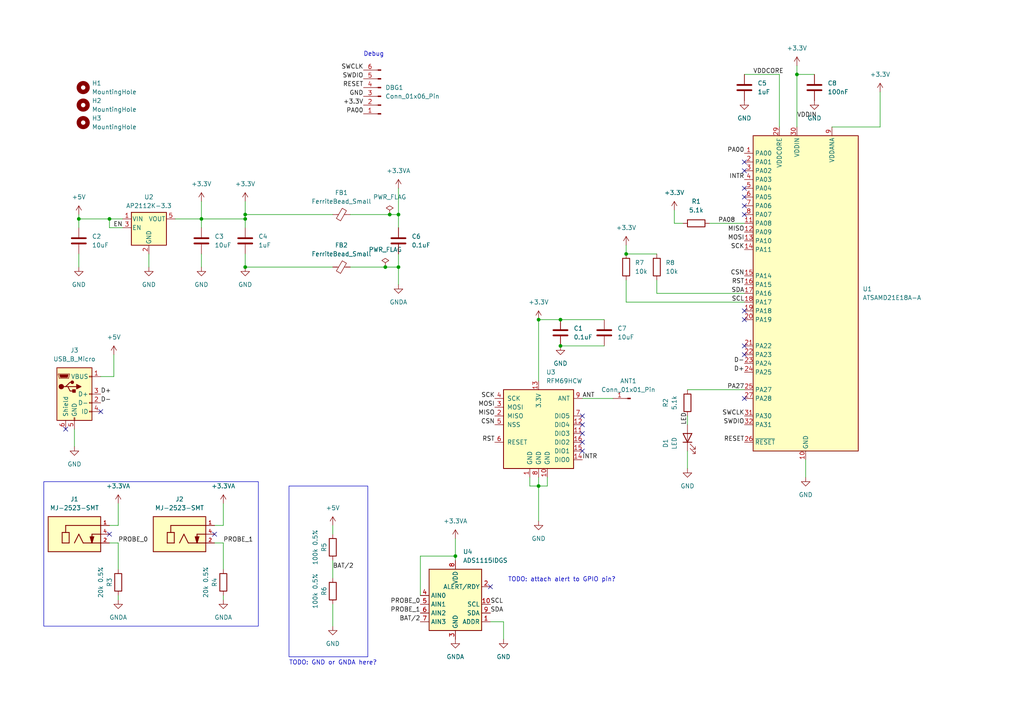
<source format=kicad_sch>
(kicad_sch (version 20230121) (generator eeschema)
  (paper "A4")
  (lib_symbols
    (symbol "Analog_ADC:ADS1115IDGS"
      (property "Reference" "U" (at 2.54 13.97 0))
      (property "Value" "ADS1115IDGS" (at 7.62 11.43 0))
      (symbol "ADS1115IDGS_0_1"
        (rectangle (start -7.62 10.16) (end 7.62 -7.62) (stroke (width 0.254)) (fill (type background)))
      )
      (symbol "ADS1115IDGS_1_1"
        (pin input line (at 10.16 -5.08 180) (length 2.54) (name "ADDR") (number "1"))
        (pin input line (at 10.16 0 180) (length 2.54) (name "SCL") (number "10"))
        (pin output line (at 10.16 5.08 180) (length 2.54) (name "ALERT/RDY") (number "2"))
        (pin power_in line (at 0 -10.16 90) (length 2.54) (name "GND") (number "3"))
        (pin input line (at -10.16 2.54 0) (length 2.54) (name "AIN0") (number "4"))
        (pin input line (at -10.16 0 0) (length 2.54) (name "AIN1") (number "5"))
        (pin input line (at -10.16 -2.54 0) (length 2.54) (name "AIN2") (number "6"))
        (pin input line (at -10.16 -5.08 0) (length 2.54) (name "AIN3") (number "7"))
        (pin power_in line (at 0 12.7 270) (length 2.54) (name "VDD") (number "8"))
        (pin bidirectional line (at 10.16 -2.54 180) (length 2.54) (name "SDA") (number "9"))
      )
    )
    (symbol "Connector:Conn_01x01_Pin" (pin_names (offset 1.016) hide)
      (property "Reference" "J" (at 0 2.54 0))
      (property "Value" "Conn_01x01_Pin" (at 0 -2.54 0))
      (symbol "Conn_01x01_Pin_1_1"
        (polyline (pts (xy 1.27 0) (xy 0.8636 0)) (stroke (width 0.1524)))
        (rectangle (start 0.8636 0.127) (end 0 -0.127) (stroke (width 0.1524)) (fill (type outline)))
        (pin passive line (at 5.08 0 180) (length 3.81) (name "Pin_1") (number "1"))
      )
    )
    (symbol "Connector:Conn_01x06_Pin" (pin_names (offset 1.016) hide)
      (property "Reference" "J" (at 0 7.62 0))
      (property "Value" "Conn_01x06_Pin" (at 0 -10.16 0))
      (symbol "Conn_01x06_Pin_1_1"
        (polyline (pts (xy 1.27 -7.62) (xy 0.8636 -7.62)) (stroke (width 0.1524)))
        (polyline (pts (xy 1.27 -5.08) (xy 0.8636 -5.08)) (stroke (width 0.1524)))
        (polyline (pts (xy 1.27 -2.54) (xy 0.8636 -2.54)) (stroke (width 0.1524)))
        (polyline (pts (xy 1.27 0) (xy 0.8636 0)) (stroke (width 0.1524)))
        (polyline (pts (xy 1.27 2.54) (xy 0.8636 2.54)) (stroke (width 0.1524)))
        (polyline (pts (xy 1.27 5.08) (xy 0.8636 5.08)) (stroke (width 0.1524)))
        (rectangle (start 0.8636 -7.493) (end 0 -7.747) (stroke (width 0.1524)) (fill (type outline)))
        (rectangle (start 0.8636 -4.953) (end 0 -5.207) (stroke (width 0.1524)) (fill (type outline)))
        (rectangle (start 0.8636 -2.413) (end 0 -2.667) (stroke (width 0.1524)) (fill (type outline)))
        (rectangle (start 0.8636 0.127) (end 0 -0.127) (stroke (width 0.1524)) (fill (type outline)))
        (rectangle (start 0.8636 2.667) (end 0 2.413) (stroke (width 0.1524)) (fill (type outline)))
        (rectangle (start 0.8636 5.207) (end 0 4.953) (stroke (width 0.1524)) (fill (type outline)))
        (pin passive line (at 5.08 5.08 180) (length 3.81) (name "Pin_1") (number "1"))
        (pin passive line (at 5.08 2.54 180) (length 3.81) (name "Pin_2") (number "2"))
        (pin passive line (at 5.08 0 180) (length 3.81) (name "Pin_3") (number "3"))
        (pin passive line (at 5.08 -2.54 180) (length 3.81) (name "Pin_4") (number "4"))
        (pin passive line (at 5.08 -5.08 180) (length 3.81) (name "Pin_5") (number "5"))
        (pin passive line (at 5.08 -7.62 180) (length 3.81) (name "Pin_6") (number "6"))
      )
    )
    (symbol "Connector:USB_B_Micro" (pin_names (offset 1.016))
      (property "Reference" "J" (at -5.08 11.43 0))
      (property "Value" "USB_B_Micro" (at -5.08 8.89 0))
      (symbol "USB_B_Micro_0_1"
        (rectangle (start -5.08 -7.62) (end 5.08 7.62) (stroke (width 0.254)) (fill (type background)))
        (circle (center -3.81 2.159) (radius 0.635) (stroke (width 0.254)) (fill (type outline)))
        (circle (center -0.635 3.429) (radius 0.381) (stroke (width 0.254)) (fill (type outline)))
        (rectangle (start -0.127 -7.62) (end 0.127 -6.858))
        (polyline (pts (xy -1.905 2.159) (xy 0.635 2.159)) (stroke (width 0.254)))
        (polyline (pts (xy -3.175 2.159) (xy -2.54 2.159) (xy -1.27 3.429) (xy -0.635 3.429)) (stroke (width 0.254)))
        (polyline (pts (xy -2.54 2.159) (xy -1.905 2.159) (xy -1.27 0.889) (xy 0 0.889)) (stroke (width 0.254)))
        (polyline (pts (xy 0.635 2.794) (xy 0.635 1.524) (xy 1.905 2.159) (xy 0.635 2.794)) (stroke (width 0.254)) (fill (type outline)))
        (polyline (pts (xy -4.318 5.588) (xy -1.778 5.588) (xy -2.032 4.826) (xy -4.064 4.826) (xy -4.318 5.588)) (fill (type outline)))
        (polyline (pts (xy -4.699 5.842) (xy -4.699 5.588) (xy -4.445 4.826) (xy -4.445 4.572) (xy -1.651 4.572) (xy -1.651 4.826) (xy -1.397 5.588) (xy -1.397 5.842) (xy -4.699 5.842)))
        (rectangle (start 0.254 1.27) (end -0.508 0.508) (stroke (width 0.254)) (fill (type outline)))
        (rectangle (start 5.08 -5.207) (end 4.318 -4.953))
        (rectangle (start 5.08 -2.667) (end 4.318 -2.413))
        (rectangle (start 5.08 -0.127) (end 4.318 0.127))
        (rectangle (start 5.08 4.953) (end 4.318 5.207))
      )
      (symbol "USB_B_Micro_1_1"
        (pin power_out line (at 7.62 5.08 180) (length 2.54) (name "VBUS") (number "1"))
        (pin bidirectional line (at 7.62 -2.54 180) (length 2.54) (name "D-") (number "2"))
        (pin bidirectional line (at 7.62 0 180) (length 2.54) (name "D+") (number "3"))
        (pin passive line (at 7.62 -5.08 180) (length 2.54) (name "ID") (number "4"))
        (pin power_out line (at 0 -10.16 90) (length 2.54) (name "GND") (number "5"))
        (pin passive line (at -2.54 -10.16 90) (length 2.54) (name "Shield") (number "6"))
      )
    )
    (symbol "Device:C" (pin_numbers hide) (pin_names (offset 0.254))
      (property "Reference" "C" (at 0.635 2.54 0))
      (property "Value" "C" (at 0.635 -2.54 0))
      (symbol "C_0_1"
        (polyline (pts (xy -2.032 -0.762) (xy 2.032 -0.762)) (stroke (width 0.508)))
        (polyline (pts (xy -2.032 0.762) (xy 2.032 0.762)) (stroke (width 0.508)))
      )
      (symbol "C_1_1"
        (pin passive line (at 0 3.81 270) (length 2.794) (name "~") (number "1"))
        (pin passive line (at 0 -3.81 90) (length 2.794) (name "~") (number "2"))
      )
    )
    (symbol "Device:FerriteBead_Small" (pin_numbers hide) (pin_names (offset 0))
      (property "Reference" "FB" (at 1.905 1.27 0))
      (property "Value" "FerriteBead_Small" (at 1.905 -1.27 0))
      (symbol "FerriteBead_Small_0_1"
        (polyline (pts (xy 0 -1.27) (xy 0 -0.7874)))
        (polyline (pts (xy 0 0.889) (xy 0 1.2954)))
        (polyline (pts (xy -1.8288 0.2794) (xy -1.1176 1.4986) (xy 1.8288 -0.2032) (xy 1.1176 -1.4224) (xy -1.8288 0.2794)))
      )
      (symbol "FerriteBead_Small_1_1"
        (pin passive line (at 0 2.54 270) (length 1.27) (name "~") (number "1"))
        (pin passive line (at 0 -2.54 90) (length 1.27) (name "~") (number "2"))
      )
    )
    (symbol "Device:LED" (pin_numbers hide) (pin_names (offset 1.016) hide)
      (property "Reference" "D" (at 0 2.54 0))
      (property "Value" "LED" (at 0 -2.54 0))
      (symbol "LED_0_1"
        (polyline (pts (xy -1.27 -1.27) (xy -1.27 1.27)) (stroke (width 0.254)))
        (polyline (pts (xy -1.27 0) (xy 1.27 0)))
        (polyline (pts (xy 1.27 -1.27) (xy 1.27 1.27) (xy -1.27 0) (xy 1.27 -1.27)) (stroke (width 0.254)))
        (polyline (pts (xy -3.048 -0.762) (xy -4.572 -2.286) (xy -3.81 -2.286) (xy -4.572 -2.286) (xy -4.572 -1.524)))
        (polyline (pts (xy -1.778 -0.762) (xy -3.302 -2.286) (xy -2.54 -2.286) (xy -3.302 -2.286) (xy -3.302 -1.524)))
      )
      (symbol "LED_1_1"
        (pin passive line (at -3.81 0 0) (length 2.54) (name "K") (number "1"))
        (pin passive line (at 3.81 0 180) (length 2.54) (name "A") (number "2"))
      )
    )
    (symbol "Device:R" (pin_numbers hide) (pin_names (offset 0))
      (property "Reference" "R" (at 2.032 0 90))
      (property "Value" "R" (at 0 0 90))
      (symbol "R_0_1"
        (rectangle (start -1.016 -2.54) (end 1.016 2.54) (stroke (width 0.254)))
      )
      (symbol "R_1_1"
        (pin passive line (at 0 3.81 270) (length 1.27) (name "~") (number "1"))
        (pin passive line (at 0 -3.81 90) (length 1.27) (name "~") (number "2"))
      )
    )
    (symbol "MCU_Microchip_SAMD:ATSAMD21E18A-A"
      (property "Reference" "U" (at -13.97 46.99 0))
      (property "Value" "ATSAMD21E18A-A" (at 16.51 46.99 0))
      (symbol "ATSAMD21E18A-A_1_1"
        (rectangle (start -15.24 45.72) (end 15.24 -45.72) (stroke (width 0.254)) (fill (type background)))
        (pin bidirectional line (at -17.78 40.64 0) (length 2.54) (name "PA00") (number "1"))
        (pin power_in line (at 0 -48.26 90) (length 2.54) (name "GND") (number "10"))
        (pin bidirectional line (at -17.78 20.32 0) (length 2.54) (name "PA08") (number "11"))
        (pin bidirectional line (at -17.78 17.78 0) (length 2.54) (name "PA09") (number "12"))
        (pin bidirectional line (at -17.78 15.24 0) (length 2.54) (name "PA10") (number "13"))
        (pin bidirectional line (at -17.78 12.7 0) (length 2.54) (name "PA11") (number "14"))
        (pin bidirectional line (at -17.78 5.08 0) (length 2.54) (name "PA14") (number "15"))
        (pin bidirectional line (at -17.78 2.54 0) (length 2.54) (name "PA15") (number "16"))
        (pin bidirectional line (at -17.78 0 0) (length 2.54) (name "PA16") (number "17"))
        (pin bidirectional line (at -17.78 -2.54 0) (length 2.54) (name "PA17") (number "18"))
        (pin bidirectional line (at -17.78 -5.08 0) (length 2.54) (name "PA18") (number "19"))
        (pin bidirectional line (at -17.78 38.1 0) (length 2.54) (name "PA01") (number "2"))
        (pin bidirectional line (at -17.78 -7.62 0) (length 2.54) (name "PA19") (number "20"))
        (pin bidirectional line (at -17.78 -15.24 0) (length 2.54) (name "PA22") (number "21"))
        (pin bidirectional line (at -17.78 -17.78 0) (length 2.54) (name "PA23") (number "22"))
        (pin bidirectional line (at -17.78 -20.32 0) (length 2.54) (name "PA24") (number "23"))
        (pin bidirectional line (at -17.78 -22.86 0) (length 2.54) (name "PA25") (number "24"))
        (pin bidirectional line (at -17.78 -27.94 0) (length 2.54) (name "PA27") (number "25"))
        (pin input line (at -17.78 -43.18 0) (length 2.54) (name "~{RESET}") (number "26"))
        (pin bidirectional line (at -17.78 -30.48 0) (length 2.54) (name "PA28") (number "27"))
        (pin passive line (at 0 -48.26 90) (length 2.54) hide (name "GND") (number "28"))
        (pin power_out line (at -7.62 48.26 270) (length 2.54) (name "VDDCORE") (number "29"))
        (pin bidirectional line (at -17.78 35.56 0) (length 2.54) (name "PA02") (number "3"))
        (pin power_in line (at -2.54 48.26 270) (length 2.54) (name "VDDIN") (number "30"))
        (pin bidirectional line (at -17.78 -35.56 0) (length 2.54) (name "PA30") (number "31"))
        (pin bidirectional line (at -17.78 -38.1 0) (length 2.54) (name "PA31") (number "32"))
        (pin bidirectional line (at -17.78 33.02 0) (length 2.54) (name "PA03") (number "4"))
        (pin bidirectional line (at -17.78 30.48 0) (length 2.54) (name "PA04") (number "5"))
        (pin bidirectional line (at -17.78 27.94 0) (length 2.54) (name "PA05") (number "6"))
        (pin bidirectional line (at -17.78 25.4 0) (length 2.54) (name "PA06") (number "7"))
        (pin bidirectional line (at -17.78 22.86 0) (length 2.54) (name "PA07") (number "8"))
        (pin power_in line (at 7.62 48.26 270) (length 2.54) (name "VDDANA") (number "9"))
      )
    )
    (symbol "MJ-2523-SMT:MJ-2523-SMT" (pin_names (offset 1.016))
      (property "Reference" "J" (at -7.6213 5.843 0))
      (property "Value" "MJ-2523-SMT" (at -7.6205 -7.6205 0))
      (symbol "MJ-2523-SMT_0_0"
        (rectangle (start -7.62 -5.08) (end 7.62 5.08) (stroke (width 0.254)) (fill (type background)))
        (polyline (pts (xy -3.556 -2.54) (xy -1.524 -2.54)) (stroke (width 0.254)))
        (polyline (pts (xy -3.556 0.508) (xy -3.556 -2.54)) (stroke (width 0.254)))
        (polyline (pts (xy -2.54 0.508) (xy -3.556 0.508)) (stroke (width 0.254)))
        (polyline (pts (xy -2.54 0.508) (xy -2.54 2.54)) (stroke (width 0.254)))
        (polyline (pts (xy -2.54 2.54) (xy 7.62 2.54)) (stroke (width 0.254)))
        (polyline (pts (xy -1.524 -2.54) (xy -1.524 0.508)) (stroke (width 0.254)))
        (polyline (pts (xy -1.524 0.508) (xy -2.54 0.508)) (stroke (width 0.254)))
        (polyline (pts (xy 0 -2.54) (xy 1.27 0)) (stroke (width 0.254)))
        (polyline (pts (xy 1.27 0) (xy 2.54 -2.54)) (stroke (width 0.254)))
        (polyline (pts (xy 2.54 -2.54) (xy 5.08 -2.54)) (stroke (width 0.254)))
        (polyline (pts (xy 4.572 -0.762) (xy 5.08 -2.54)) (stroke (width 0.254)))
        (polyline (pts (xy 5.08 -2.54) (xy 5.588 -0.762)) (stroke (width 0.254)))
        (polyline (pts (xy 5.08 -2.54) (xy 7.62 -2.54)) (stroke (width 0.254)))
        (polyline (pts (xy 5.08 -0.762) (xy 4.572 -0.762)) (stroke (width 0.254)))
        (polyline (pts (xy 5.08 0) (xy 5.08 -0.762)) (stroke (width 0.254)))
        (polyline (pts (xy 5.588 -0.762) (xy 5.08 -0.762)) (stroke (width 0.254)))
        (polyline (pts (xy 7.62 0) (xy 5.08 0)) (stroke (width 0.254)))
        (polyline (pts (xy 5.588 -0.762) (xy 4.572 -0.762) (xy 5.08 -2.54) (xy 5.588 -0.762)) (stroke (width 0.254)) (fill (type outline)))
        (pin passive line (at 10.16 2.54 180) (length 2.54) (name "~") (number "1"))
        (pin passive line (at 10.16 -2.54 180) (length 2.54) (name "~") (number "2"))
        (pin passive line (at 10.16 0 180) (length 2.54) (name "~") (number "4"))
      )
    )
    (symbol "Mechanical:MountingHole" (pin_names (offset 1.016))
      (property "Reference" "H" (at 0 5.08 0))
      (property "Value" "MountingHole" (at 0 3.175 0))
      (symbol "MountingHole_0_1"
        (circle (center 0 0) (radius 1.27) (stroke (width 1.27)))
      )
    )
    (symbol "RF_Module:RFM69HCW" (pin_names (offset 1.016))
      (property "Reference" "U" (at -10.414 11.684 0))
      (property "Value" "RFM69HCW" (at 1.524 11.43 0))
      (symbol "RFM69HCW_0_1"
        (rectangle (start -10.16 10.16) (end 10.16 -12.7) (stroke (width 0.254)) (fill (type background)))
      )
      (symbol "RFM69HCW_1_1"
        (pin power_in line (at -2.54 -15.24 90) (length 2.54) (name "GND") (number "1"))
        (pin power_in line (at 2.54 -15.24 90) (length 2.54) (name "GND") (number "10"))
        (pin bidirectional line (at 12.7 -2.54 180) (length 2.54) (name "DIO3") (number "11"))
        (pin bidirectional line (at 12.7 0 180) (length 2.54) (name "DIO4") (number "12"))
        (pin power_in line (at 0 12.7 270) (length 2.54) (name "3.3V") (number "13"))
        (pin bidirectional line (at 12.7 -10.16 180) (length 2.54) (name "DIO0") (number "14"))
        (pin bidirectional line (at 12.7 -7.62 180) (length 2.54) (name "DIO1") (number "15"))
        (pin bidirectional line (at 12.7 -5.08 180) (length 2.54) (name "DIO2") (number "16"))
        (pin output line (at -12.7 2.54 0) (length 2.54) (name "MISO") (number "2"))
        (pin input line (at -12.7 5.08 0) (length 2.54) (name "MOSI") (number "3"))
        (pin input line (at -12.7 7.62 0) (length 2.54) (name "SCK") (number "4"))
        (pin input line (at -12.7 0 0) (length 2.54) (name "NSS") (number "5"))
        (pin bidirectional line (at -12.7 -5.08 0) (length 2.54) (name "RESET") (number "6"))
        (pin bidirectional line (at 12.7 2.54 180) (length 2.54) (name "DIO5") (number "7"))
        (pin power_in line (at 0 -15.24 90) (length 2.54) (name "GND") (number "8"))
        (pin bidirectional line (at 12.7 7.62 180) (length 2.54) (name "ANT") (number "9"))
      )
    )
    (symbol "Regulator_Linear:AP2112K-3.3" (pin_names (offset 0.254))
      (property "Reference" "U" (at -5.08 5.715 0))
      (property "Value" "AP2112K-3.3" (at 0 5.715 0))
      (symbol "AP2112K-3.3_0_1"
        (rectangle (start -5.08 4.445) (end 5.08 -5.08) (stroke (width 0.254)) (fill (type background)))
      )
      (symbol "AP2112K-3.3_1_1"
        (pin power_in line (at -7.62 2.54 0) (length 2.54) (name "VIN") (number "1"))
        (pin power_in line (at 0 -7.62 90) (length 2.54) (name "GND") (number "2"))
        (pin input line (at -7.62 0 0) (length 2.54) (name "EN") (number "3"))
        (pin no_connect line (at 5.08 0 180) (length 2.54) hide (name "NC") (number "4"))
        (pin power_out line (at 7.62 2.54 180) (length 2.54) (name "VOUT") (number "5"))
      )
    )
    (symbol "power:+3.3V" (power) (pin_names (offset 0))
      (property "Value" "+3.3V" (at 0 3.556 0))
      (symbol "+3.3V_0_1"
        (polyline (pts (xy -0.762 1.27) (xy 0 2.54)))
        (polyline (pts (xy 0 0) (xy 0 2.54)))
        (polyline (pts (xy 0 2.54) (xy 0.762 1.27)))
      )
      (symbol "+3.3V_1_1"
        (pin power_in line (at 0 0 90) (length 0) hide (name "+3.3V") (number "1"))
      )
    )
    (symbol "power:+3.3VA" (power) (pin_names (offset 0))
      (property "Value" "+3.3VA" (at 0 3.556 0))
      (symbol "+3.3VA_0_1"
        (polyline (pts (xy -0.762 1.27) (xy 0 2.54)))
        (polyline (pts (xy 0 0) (xy 0 2.54)))
        (polyline (pts (xy 0 2.54) (xy 0.762 1.27)))
      )
      (symbol "+3.3VA_1_1"
        (pin power_in line (at 0 0 90) (length 0) hide (name "+3.3VA") (number "1"))
      )
    )
    (symbol "power:+5V" (power) (pin_names (offset 0))
      (property "Value" "+5V" (at 0 3.556 0))
      (symbol "+5V_0_1"
        (polyline (pts (xy -0.762 1.27) (xy 0 2.54)))
        (polyline (pts (xy 0 0) (xy 0 2.54)))
        (polyline (pts (xy 0 2.54) (xy 0.762 1.27)))
      )
      (symbol "+5V_1_1"
        (pin power_in line (at 0 0 90) (length 0) hide (name "+5V") (number "1"))
      )
    )
    (symbol "power:GND" (power) (pin_names (offset 0))
      (property "Value" "GND" (at 0 -3.81 0))
      (symbol "GND_0_1"
        (polyline (pts (xy 0 0) (xy 0 -1.27) (xy 1.27 -1.27) (xy 0 -2.54) (xy -1.27 -1.27) (xy 0 -1.27)))
      )
      (symbol "GND_1_1"
        (pin power_in line (at 0 0 270) (length 0) hide (name "GND") (number "1"))
      )
    )
    (symbol "power:GNDA" (power) (pin_names (offset 0))
      (property "Value" "GNDA" (at 0 -3.81 0))
      (symbol "GNDA_0_1"
        (polyline (pts (xy 0 0) (xy 0 -1.27) (xy 1.27 -1.27) (xy 0 -2.54) (xy -1.27 -1.27) (xy 0 -1.27)))
      )
      (symbol "GNDA_1_1"
        (pin power_in line (at 0 0 270) (length 0) hide (name "GNDA") (number "1"))
      )
    )
    (symbol "power:PWR_FLAG" (power) (pin_numbers hide) (pin_names (offset 0) hide)
      (property "Value" "PWR_FLAG" (at 0 3.81 0))
      (symbol "PWR_FLAG_0_0"
        (pin power_out line (at 0 0 90) (length 0) (name "pwr") (number "1"))
      )
      (symbol "PWR_FLAG_0_1"
        (polyline (pts (xy 0 0) (xy 0 1.27) (xy -1.016 1.905) (xy 0 2.54) (xy 1.016 1.905) (xy 0 1.27)))
      )
    )
  )
  (junction (at 71.12 63.5))
  (junction (at 31.75 63.5))
  (junction (at 111.76 77.47))
  (junction (at 115.57 77.47))
  (junction (at 162.56 100.33))
  (junction (at 115.57 62.23))
  (junction (at 22.86 63.5))
  (junction (at 132.08 161.29))
  (junction (at 58.42 63.5))
  (junction (at 156.21 140.97))
  (junction (at 181.61 73.66))
  (junction (at 162.56 92.71))
  (junction (at 113.03 62.23))
  (junction (at 71.12 77.47))
  (junction (at 156.21 92.71))
  (junction (at 231.14 21.59))
  (junction (at 71.12 62.23))
  (no_connect (at 142.24 170.18))
  (no_connect (at 168.91 123.19))
  (no_connect (at 215.9 100.33))
  (no_connect (at 168.91 125.73))
  (no_connect (at 31.75 154.94))
  (no_connect (at 215.9 62.23))
  (no_connect (at 215.9 46.99))
  (no_connect (at 168.91 120.65))
  (no_connect (at 215.9 90.17))
  (no_connect (at 19.05 124.46))
  (no_connect (at 215.9 115.57))
  (no_connect (at 29.21 119.38))
  (no_connect (at 215.9 92.71))
  (no_connect (at 215.9 57.15))
  (no_connect (at 168.91 128.27))
  (no_connect (at 168.91 130.81))
  (no_connect (at 215.9 49.53))
  (no_connect (at 215.9 59.69))
  (no_connect (at 215.9 102.87))
  (no_connect (at 215.9 54.61))
  (no_connect (at 62.23 154.94))
  (wire (pts (xy 62.23 157.48) (xy 64.77 157.48)))
  (wire (pts (xy 153.67 138.43) (xy 153.67 140.97)))
  (wire (pts (xy 71.12 58.42) (xy 71.12 62.23)))
  (wire (pts (xy 162.56 100.33) (xy 175.26 100.33)))
  (wire (pts (xy 115.57 77.47) (xy 115.57 73.66)))
  (wire (pts (xy 58.42 73.66) (xy 58.42 77.47)))
  (wire (pts (xy 121.92 172.72) (xy 121.92 161.29)))
  (wire (pts (xy 231.14 19.05) (xy 231.14 21.59)))
  (wire (pts (xy 156.21 140.97) (xy 156.21 151.13)))
  (wire (pts (xy 71.12 77.47) (xy 96.52 77.47)))
  (wire (pts (xy 231.14 21.59) (xy 236.22 21.59)))
  (wire (pts (xy 21.59 124.46) (xy 21.59 129.54)))
  (wire (pts (xy 34.29 172.72) (xy 34.29 173.99)))
  (wire (pts (xy 195.58 64.77) (xy 198.12 64.77)))
  (wire (pts (xy 233.68 133.35) (xy 233.68 138.43)))
  (wire (pts (xy 31.75 157.48) (xy 34.29 157.48)))
  (wire (pts (xy 34.29 146.05) (xy 34.29 152.4)))
  (wire (pts (xy 64.77 157.48) (xy 64.77 165.1)))
  (wire (pts (xy 215.9 87.63) (xy 181.61 87.63)))
  (wire (pts (xy 132.08 161.29) (xy 132.08 162.56)))
  (wire (pts (xy 71.12 73.66) (xy 71.12 77.47)))
  (wire (pts (xy 101.6 77.47) (xy 111.76 77.47)))
  (wire (pts (xy 22.86 62.23) (xy 22.86 63.5)))
  (wire (pts (xy 96.52 175.26) (xy 96.52 181.61)))
  (wire (pts (xy 215.9 21.59) (xy 226.06 21.59)))
  (wire (pts (xy 132.08 156.21) (xy 132.08 161.29)))
  (wire (pts (xy 215.9 85.09) (xy 190.5 85.09)))
  (wire (pts (xy 64.77 146.05) (xy 64.77 152.4)))
  (wire (pts (xy 31.75 66.04) (xy 31.75 63.5)))
  (wire (pts (xy 43.18 73.66) (xy 43.18 77.47)))
  (wire (pts (xy 121.92 161.29) (xy 132.08 161.29)))
  (wire (pts (xy 199.39 113.03) (xy 215.9 113.03)))
  (wire (pts (xy 34.29 152.4) (xy 31.75 152.4)))
  (wire (pts (xy 156.21 138.43) (xy 156.21 140.97)))
  (wire (pts (xy 255.27 36.83) (xy 255.27 26.67)))
  (wire (pts (xy 111.76 77.47) (xy 115.57 77.47)))
  (wire (pts (xy 195.58 60.96) (xy 195.58 64.77)))
  (wire (pts (xy 96.52 152.4) (xy 96.52 154.94)))
  (wire (pts (xy 115.57 77.47) (xy 115.57 82.55)))
  (wire (pts (xy 146.05 180.34) (xy 146.05 185.42)))
  (wire (pts (xy 64.77 152.4) (xy 62.23 152.4)))
  (wire (pts (xy 190.5 85.09) (xy 190.5 81.28)))
  (wire (pts (xy 29.21 109.22) (xy 33.02 109.22)))
  (wire (pts (xy 64.77 172.72) (xy 64.77 173.99)))
  (wire (pts (xy 231.14 21.59) (xy 231.14 36.83)))
  (wire (pts (xy 162.56 92.71) (xy 175.26 92.71)))
  (wire (pts (xy 181.61 87.63) (xy 181.61 81.28)))
  (wire (pts (xy 168.91 115.57) (xy 177.8 115.57)))
  (wire (pts (xy 22.86 63.5) (xy 22.86 66.04)))
  (wire (pts (xy 199.39 123.19) (xy 199.39 120.65)))
  (wire (pts (xy 115.57 54.61) (xy 115.57 62.23)))
  (wire (pts (xy 241.3 36.83) (xy 255.27 36.83)))
  (wire (pts (xy 156.21 92.71) (xy 162.56 92.71)))
  (wire (pts (xy 101.6 62.23) (xy 113.03 62.23)))
  (wire (pts (xy 96.52 62.23) (xy 71.12 62.23)))
  (wire (pts (xy 158.75 138.43) (xy 158.75 140.97)))
  (wire (pts (xy 35.56 66.04) (xy 31.75 66.04)))
  (wire (pts (xy 96.52 162.56) (xy 96.52 167.64)))
  (wire (pts (xy 153.67 140.97) (xy 156.21 140.97)))
  (wire (pts (xy 181.61 71.12) (xy 181.61 73.66)))
  (wire (pts (xy 58.42 63.5) (xy 71.12 63.5)))
  (wire (pts (xy 115.57 62.23) (xy 115.57 66.04)))
  (wire (pts (xy 199.39 130.81) (xy 199.39 135.89)))
  (wire (pts (xy 34.29 157.48) (xy 34.29 165.1)))
  (wire (pts (xy 50.8 63.5) (xy 58.42 63.5)))
  (wire (pts (xy 158.75 140.97) (xy 156.21 140.97)))
  (wire (pts (xy 31.75 63.5) (xy 35.56 63.5)))
  (wire (pts (xy 22.86 63.5) (xy 31.75 63.5)))
  (wire (pts (xy 58.42 58.42) (xy 58.42 63.5)))
  (wire (pts (xy 71.12 62.23) (xy 71.12 63.5)))
  (wire (pts (xy 181.61 73.66) (xy 190.5 73.66)))
  (wire (pts (xy 58.42 63.5) (xy 58.42 66.04)))
  (wire (pts (xy 205.74 64.77) (xy 215.9 64.77)))
  (wire (pts (xy 142.24 180.34) (xy 146.05 180.34)))
  (wire (pts (xy 226.06 21.59) (xy 226.06 36.83)))
  (wire (pts (xy 22.86 73.66) (xy 22.86 77.47)))
  (wire (pts (xy 156.21 92.71) (xy 156.21 110.49)))
  (wire (pts (xy 33.02 109.22) (xy 33.02 102.87)))
  (wire (pts (xy 71.12 63.5) (xy 71.12 66.04)))
  (wire (pts (xy 113.03 62.23) (xy 115.57 62.23)))
  (rectangle (start 83.82 140.97) (end 106.68 190.5))
  (rectangle (start 12.7 139.7) (end 74.93 181.61))
  (text "Debug" (at 105.41 16.51 0) (effects (font (size 1.27 1.27)) (justify left bottom)))
  (text "TODO: GND or GNDA here?" (at 83.82 193.04 0) (effects (font (size 1.27 1.27)) (justify left bottom)))
  (text "TODO: attach alert to GPIO pin?" (at 147.32 168.91 0) (effects (font (size 1.27 1.27)) (justify left bottom)))
  (label "INTR" (at 215.9 52.07 180))
  (label "GND" (at 105.41 27.94 180))
  (label "LED" (at 199.39 123.19 90))
  (label "INTR" (at 168.91 133.35 0))
  (label "PROBE_1" (at 121.92 177.8 180))
  (label "PROBE_0" (at 34.29 157.48 0))
  (label "BAT{slash}2" (at 121.92 180.34 180))
  (label "MOSI" (at 215.9 69.85 180))
  (label "CSN" (at 215.9 80.01 180))
  (label "EN" (at 35.56 66.04 180))
  (label "SWCLK" (at 105.41 20.32 180))
  (label "BAT{slash}2" (at 96.52 165.1 0))
  (label "MISO" (at 215.9 67.31 180))
  (label "PA08" (at 208.28 64.77 0))
  (label "MOSI" (at 143.51 118.11 180))
  (label "+3.3V" (at 105.41 30.48 180))
  (label "PROBE_1" (at 64.77 157.48 0))
  (label "SCK" (at 215.9 72.39 180))
  (label "RST" (at 143.51 128.27 180))
  (label "MISO" (at 143.51 120.65 180))
  (label "ANT" (at 168.91 115.57 0))
  (label "D+" (at 215.9 107.95 180))
  (label "SCK" (at 143.51 115.57 180))
  (label "RST" (at 215.9 82.55 180))
  (label "D-" (at 29.21 116.84 0))
  (label "SWCLK" (at 215.9 120.65 180))
  (label "D-" (at 215.9 105.41 180))
  (label "RESET" (at 215.9 128.27 180))
  (label "PA00" (at 105.41 33.02 180))
  (label "PA00" (at 215.9 44.45 180))
  (label "D+" (at 29.21 114.3 0))
  (label "VDDCORE" (at 218.44 21.59 0))
  (label "SWDIO" (at 215.9 123.19 180))
  (label "SCL" (at 142.24 175.26 0))
  (label "PA27" (at 215.9 113.03 180))
  (label "PROBE_0" (at 121.92 175.26 180))
  (label "SDA" (at 215.9 85.09 180))
  (label "RESET" (at 105.41 25.4 180))
  (label "SDA" (at 142.24 177.8 0))
  (label "CSN" (at 143.51 123.19 180))
  (label "VDDIN" (at 231.14 34.29 0))
  (label "SWDIO" (at 105.41 22.86 180))
  (label "SCL" (at 215.9 87.63 180))
  (symbol (lib_id "power:GND") (at 156.21 151.13 0) (unit 1)
    (property "Reference" "#PWR05" (effects hide))
    (property "Value" "GND" (at 156.21 156.21 0))
  )
  (symbol (lib_id "power:+3.3V") (at 156.21 92.71 0) (unit 1)
    (property "Reference" "#PWR04" (effects hide))
    (property "Value" "+3.3V" (at 156.21 87.63 0))
  )
  (symbol (lib_id "Connector:USB_B_Micro") (at 21.59 114.3 0) (unit 1)
    (property "Reference" "J3" (at 21.59 101.6 0))
    (property "Value" "USB_B_Micro" (at 21.59 104.14 0))
    (property "Footprint" "Connector_USB:USB_Micro-B_Amphenol_10118193-0001LF_Horizontal" (effects hide))
  )
  (symbol (lib_id "power:GNDA") (at 64.77 173.99 0) (unit 1)
    (property "Reference" "#PWR019" (effects hide))
    (property "Value" "GNDA" (at 64.77 179.07 0))
  )
  (symbol (lib_id "power:+3.3V") (at 255.27 26.67 0) (unit 1)
    (property "Reference" "#PWR031" (effects hide))
    (property "Value" "+3.3V" (at 255.27 21.59 0))
  )
  (symbol (lib_id "Device:C") (at 236.22 25.4 0) (unit 1)
    (property "Reference" "C8" (at 240.03 24.13 0) (effects (justify left)))
    (property "Value" "100nF" (at 240.03 26.67 0) (effects (justify left)))
    (property "Footprint" "Capacitor_SMD:C_0805_2012Metric" (effects hide))
  )
  (symbol (lib_id "MCU_Microchip_SAMD:ATSAMD21E18A-A") (at 233.68 85.09 0) (unit 1)
    (property "Reference" "U1" (at 250.19 83.82 0) (effects (justify left)))
    (property "Value" "ATSAMD21E18A-A" (at 250.19 86.36 0) (effects (justify left)))
    (property "Footprint" "Package_QFP:TQFP-32_7x7mm_P0.8mm" (effects hide))
    (property "Datasheet" "http://ww1.microchip.com/downloads/en/DeviceDoc/SAM_D21_DA1_Family_Data%20Sheet_DS40001882E.pdf" (effects hide))
  )
  (symbol (lib_id "power:GNDA") (at 34.29 173.99 0) (unit 1)
    (property "Reference" "#PWR024" (effects hide))
    (property "Value" "GNDA" (at 34.29 179.07 0))
  )
  (symbol (lib_id "Connector:Conn_01x01_Pin") (at 182.88 115.57 0) (mirror y) (unit 1)
    (property "Reference" "ANT1" (at 182.245 110.49 0))
    (property "Value" "Conn_01x01_Pin" (at 182.245 113.03 0))
    (property "Footprint" "Connector_Pin:Pin_D1.0mm_L10.0mm" (effects hide))
  )
  (symbol (lib_id "Device:R") (at 199.39 116.84 180) (unit 1)
    (property "Reference" "R2" (at 193.04 116.84 90))
    (property "Value" "5.1k" (at 195.58 116.84 90))
    (property "Footprint" "Resistor_SMD:R_0805_2012Metric" (effects hide))
  )
  (symbol (lib_id "power:GND") (at 71.12 77.47 0) (unit 1)
    (property "Reference" "#PWR013" (effects hide))
    (property "Value" "GND" (at 71.12 82.55 0))
  )
  (symbol (lib_id "Device:R") (at 181.61 77.47 180) (unit 1)
    (property "Reference" "R7" (at 184.15 76.2 0) (effects (justify right)))
    (property "Value" "10k" (at 184.15 78.74 0) (effects (justify right)))
    (property "Footprint" "Resistor_SMD:R_0805_2012Metric" (effects hide))
  )
  (symbol (lib_id "power:GNDA") (at 132.08 185.42 0) (unit 1)
    (property "Reference" "#PWR023" (effects hide))
    (property "Value" "GNDA" (at 132.08 190.5 0))
  )
  (symbol (lib_id "power:GND") (at 236.22 29.21 0) (unit 1)
    (property "Reference" "#PWR017" (effects hide))
    (property "Value" "GND" (at 236.22 34.29 0))
  )
  (symbol (lib_id "power:GND") (at 146.05 185.42 0) (unit 1)
    (property "Reference" "#PWR027" (effects hide))
    (property "Value" "GND" (at 146.05 190.5 0))
  )
  (symbol (lib_id "power:+3.3VA") (at 115.57 54.61 0) (unit 1)
    (property "Reference" "#PWR028" (effects hide))
    (property "Value" "+3.3VA" (at 115.57 49.53 0))
  )
  (symbol (lib_id "power:+3.3V") (at 71.12 58.42 0) (unit 1)
    (property "Reference" "#PWR012" (effects hide))
    (property "Value" "+3.3V" (at 71.12 53.34 0))
  )
  (symbol (lib_id "Device:C") (at 71.12 69.85 0) (unit 1)
    (property "Reference" "C4" (at 74.93 68.58 0) (effects (justify left)))
    (property "Value" "1uF" (at 74.93 71.12 0) (effects (justify left)))
    (property "Footprint" "Capacitor_SMD:C_0805_2012Metric" (effects hide))
  )
  (symbol (lib_id "Device:R") (at 96.52 171.45 0) (unit 1)
    (property "Reference" "R6" (at 93.98 171.45 90))
    (property "Value" "100k 0.5%" (at 91.44 171.45 90))
    (property "Footprint" "Resistor_SMD:R_0805_2012Metric" (effects hide))
  )
  (symbol (lib_id "power:+5V") (at 96.52 152.4 0) (unit 1)
    (property "Reference" "#PWR021" (effects hide))
    (property "Value" "+5V" (at 96.52 147.32 0))
  )
  (symbol (lib_id "Device:R") (at 64.77 168.91 0) (unit 1)
    (property "Reference" "R4" (at 62.23 168.91 90))
    (property "Value" "20k 0.5%" (at 59.69 168.91 90))
    (property "Footprint" "Resistor_SMD:R_1206_3216Metric" (effects hide))
  )
  (symbol (lib_id "power:+5V") (at 33.02 102.87 0) (unit 1)
    (property "Reference" "#PWR02" (effects hide))
    (property "Value" "+5V" (at 33.02 97.79 0))
  )
  (symbol (lib_id "Device:FerriteBead_Small") (at 99.06 62.23 90) (unit 1)
    (property "Reference" "FB1" (at 99.0219 55.88 90))
    (property "Value" "FerriteBead_Small" (at 99.0219 58.42 90))
    (property "Footprint" "Inductor_SMD:L_0805_2012Metric" (effects hide))
  )
  (symbol (lib_id "power:GND") (at 58.42 77.47 0) (unit 1)
    (property "Reference" "#PWR011" (effects hide))
    (property "Value" "GND" (at 58.42 82.55 0))
  )
  (symbol (lib_id "Regulator_Linear:AP2112K-3.3") (at 43.18 66.04 0) (unit 1)
    (property "Reference" "U2" (at 43.18 57.15 0))
    (property "Value" "AP2112K-3.3" (at 43.18 59.69 0))
    (property "Footprint" "Package_TO_SOT_SMD:SOT-23-5" (effects hide))
    (property "Datasheet" "https://www.diodes.com/assets/Datasheets/AP2112.pdf" (effects hide))
  )
  (symbol (lib_id "power:+3.3VA") (at 34.29 146.05 0) (unit 1)
    (property "Reference" "#PWR020" (effects hide))
    (property "Value" "+3.3VA" (at 34.29 140.97 0))
  )
  (symbol (lib_id "power:GND") (at 215.9 29.21 0) (unit 1)
    (property "Reference" "#PWR015" (effects hide))
    (property "Value" "GND" (at 215.9 34.29 0))
  )
  (symbol (lib_id "RF_Module:RFM69HCW") (at 156.21 123.19 0) (unit 1)
    (property "Reference" "U3" (at 158.4041 107.95 0) (effects (justify left)))
    (property "Value" "RFM69HCW" (at 158.4041 110.49 0) (effects (justify left)))
    (property "Footprint" "RF_Module:HOPERF_RFM9XW_SMD" (effects hide))
    (property "Datasheet" "https://www.hoperf.com/data/upload/portal/20181127/5bfcb8284d838.pdf" (effects hide))
  )
  (symbol (lib_id "power:GND") (at 162.56 100.33 0) (unit 1)
    (property "Reference" "#PWR03" (effects hide))
    (property "Value" "GND" (at 162.56 105.41 0))
  )
  (symbol (lib_id "Analog_ADC:ADS1115IDGS") (at 132.08 175.26 0) (unit 1)
    (property "Reference" "U4" (at 134.2741 160.02 0) (effects (justify left)))
    (property "Value" "ADS1115IDGS" (at 134.2741 162.56 0) (effects (justify left)))
    (property "Footprint" "Package_SO:TSSOP-10_3x3mm_P0.5mm" (effects hide))
    (property "Datasheet" "http://www.ti.com/lit/ds/symlink/ads1113.pdf" (effects hide))
  )
  (symbol (lib_id "Device:R") (at 96.52 158.75 0) (unit 1)
    (property "Reference" "R5" (at 93.98 158.75 90))
    (property "Value" "100k 0.5%" (at 91.44 158.75 90))
    (property "Footprint" "Resistor_SMD:R_0805_2012Metric" (effects hide))
  )
  (symbol (lib_id "power:+3.3V") (at 195.58 60.96 0) (unit 1)
    (property "Reference" "#PWR016" (effects hide))
    (property "Value" "+3.3V" (at 195.58 55.88 0))
  )
  (symbol (lib_id "power:+5V") (at 22.86 62.23 0) (unit 1)
    (property "Reference" "#PWR07" (effects hide))
    (property "Value" "+5V" (at 22.86 57.15 0))
  )
  (symbol (lib_id "MJ-2523-SMT:MJ-2523-SMT") (at 21.59 154.94 0) (unit 1)
    (property "Reference" "J1" (at 21.59 144.78 0))
    (property "Value" "MJ-2523-SMT" (at 21.59 147.32 0))
    (property "Footprint" "MJ_2523_SMT_TR:CUI_MJ-2523-SMT" (effects hide))
    (property "MANUFACTURER" "CUI INC" (effects hide))
    (property "PART_REV" "1.02" (effects hide))
    (property "STANDARD" "MANUFACTURER RECOMMENDATIONS" (effects hide))
  )
  (symbol (lib_id "Device:R") (at 190.5 77.47 180) (unit 1)
    (property "Reference" "R8" (at 193.04 76.2 0) (effects (justify right)))
    (property "Value" "10k" (at 193.04 78.74 0) (effects (justify right)))
    (property "Footprint" "Resistor_SMD:R_0805_2012Metric" (effects hide))
  )
  (symbol (lib_id "Mechanical:MountingHole") (at 24.13 25.4 0) (unit 1)
    (property "Reference" "H1" (at 26.67 24.13 0) (effects (justify left)))
    (property "Value" "MountingHole" (at 26.67 26.67 0) (effects (justify left)))
    (property "Footprint" "MountingHole:MountingHole_2.2mm_M2" (effects hide))
  )
  (symbol (lib_id "power:GND") (at 43.18 77.47 0) (unit 1)
    (property "Reference" "#PWR09" (effects hide))
    (property "Value" "GND" (at 43.18 82.55 0))
  )
  (symbol (lib_id "power:+3.3VA") (at 132.08 156.21 0) (unit 1)
    (property "Reference" "#PWR025" (effects hide))
    (property "Value" "+3.3VA" (at 132.08 151.13 0))
  )
  (symbol (lib_id "power:+3.3V") (at 181.61 71.12 0) (unit 1)
    (property "Reference" "#PWR030" (effects hide))
    (property "Value" "+3.3V" (at 181.61 66.04 0))
  )
  (symbol (lib_id "power:GNDA") (at 115.57 82.55 0) (unit 1)
    (property "Reference" "#PWR029" (effects hide))
    (property "Value" "GNDA" (at 115.57 87.63 0))
  )
  (symbol (lib_id "Device:FerriteBead_Small") (at 99.06 77.47 90) (unit 1)
    (property "Reference" "FB2" (at 99.0219 71.12 90))
    (property "Value" "FerriteBead_Small" (at 99.0219 73.66 90))
    (property "Footprint" "Inductor_SMD:L_0805_2012Metric" (effects hide))
  )
  (symbol (lib_id "power:+3.3V") (at 58.42 58.42 0) (unit 1)
    (property "Reference" "#PWR010" (effects hide))
    (property "Value" "+3.3V" (at 58.42 53.34 0))
  )
  (symbol (lib_id "Device:C") (at 162.56 96.52 0) (unit 1)
    (property "Reference" "C1" (at 166.37 95.25 0) (effects (justify left)))
    (property "Value" "0.1uF" (at 166.37 97.79 0) (effects (justify left)))
    (property "Footprint" "Capacitor_SMD:C_0805_2012Metric" (effects hide))
  )
  (symbol (lib_id "Mechanical:MountingHole") (at 24.13 35.56 0) (unit 1)
    (property "Reference" "H3" (at 26.67 34.29 0) (effects (justify left)))
    (property "Value" "MountingHole" (at 26.67 36.83 0) (effects (justify left)))
    (property "Footprint" "MountingHole:MountingHole_2.2mm_M2" (effects hide))
  )
  (symbol (lib_id "Device:R") (at 34.29 168.91 0) (unit 1)
    (property "Reference" "R3" (at 31.75 168.91 90))
    (property "Value" "20k 0.5%" (at 29.21 168.91 90))
    (property "Footprint" "Resistor_SMD:R_1206_3216Metric" (effects hide))
  )
  (symbol (lib_id "Mechanical:MountingHole") (at 24.13 30.48 0) (unit 1)
    (property "Reference" "H2" (at 26.67 29.21 0) (effects (justify left)))
    (property "Value" "MountingHole" (at 26.67 31.75 0) (effects (justify left)))
    (property "Footprint" "MountingHole:MountingHole_2.2mm_M2" (effects hide))
  )
  (symbol (lib_id "power:GND") (at 21.59 129.54 0) (unit 1)
    (property "Reference" "#PWR01" (effects hide))
    (property "Value" "GND" (at 21.59 134.62 0))
  )
  (symbol (lib_id "power:GND") (at 199.39 135.89 0) (unit 1)
    (property "Reference" "#PWR018" (effects hide))
    (property "Value" "GND" (at 199.39 140.97 0))
  )
  (symbol (lib_id "power:PWR_FLAG") (at 111.76 77.47 0) (unit 1)
    (property "Reference" "#FLG02" (effects hide))
    (property "Value" "PWR_FLAG" (at 111.76 72.39 0))
  )
  (symbol (lib_id "power:PWR_FLAG") (at 113.03 62.23 0) (unit 1)
    (property "Reference" "#FLG01" (effects hide))
    (property "Value" "PWR_FLAG" (at 113.03 57.15 0))
  )
  (symbol (lib_id "Device:LED") (at 199.39 127 90) (unit 1)
    (property "Reference" "D1" (at 193.04 128.5875 0))
    (property "Value" "LED" (at 195.58 128.5875 0))
    (property "Footprint" "LED_SMD:LED_0805_2012Metric" (effects hide))
  )
  (symbol (lib_id "Device:C") (at 22.86 69.85 0) (unit 1)
    (property "Reference" "C2" (at 26.67 68.58 0) (effects (justify left)))
    (property "Value" "10uF" (at 26.67 71.12 0) (effects (justify left)))
    (property "Footprint" "Capacitor_SMD:C_0805_2012Metric" (effects hide))
  )
  (symbol (lib_id "power:GND") (at 22.86 77.47 0) (unit 1)
    (property "Reference" "#PWR08" (effects hide))
    (property "Value" "GND" (at 22.86 82.55 0))
  )
  (symbol (lib_id "Device:C") (at 58.42 69.85 0) (unit 1)
    (property "Reference" "C3" (at 62.23 68.58 0) (effects (justify left)))
    (property "Value" "10uF" (at 62.23 71.12 0) (effects (justify left)))
    (property "Footprint" "Capacitor_SMD:C_0805_2012Metric" (effects hide))
  )
  (symbol (lib_id "Device:C") (at 215.9 25.4 0) (unit 1)
    (property "Reference" "C5" (at 219.71 24.13 0) (effects (justify left)))
    (property "Value" "1uF" (at 219.71 26.67 0) (effects (justify left)))
    (property "Footprint" "Capacitor_SMD:C_0805_2012Metric" (effects hide))
  )
  (symbol (lib_id "Connector:Conn_01x06_Pin") (at 110.49 27.94 180) (unit 1)
    (property "Reference" "DBG1" (at 111.76 25.4 0) (effects (justify right)))
    (property "Value" "Conn_01x06_Pin" (at 111.76 27.94 0) (effects (justify right)))
    (property "Footprint" "Connector_PinHeader_2.54mm:PinHeader_1x06_P2.54mm_Vertical" (effects hide))
  )
  (symbol (lib_id "power:+3.3VA") (at 64.77 146.05 0) (unit 1)
    (property "Reference" "#PWR022" (effects hide))
    (property "Value" "+3.3VA" (at 64.77 140.97 0))
  )
  (symbol (lib_id "power:GND") (at 233.68 138.43 0) (unit 1)
    (property "Reference" "#PWR06" (effects hide))
    (property "Value" "GND" (at 233.68 143.51 0))
  )
  (symbol (lib_id "power:GND") (at 96.52 181.61 0) (unit 1)
    (property "Reference" "#PWR026" (effects hide))
    (property "Value" "GND" (at 96.52 186.69 0))
  )
  (symbol (lib_id "power:+3.3V") (at 231.14 19.05 0) (unit 1)
    (property "Reference" "#PWR014" (effects hide))
    (property "Value" "+3.3V" (at 231.14 13.97 0))
  )
  (symbol (lib_id "Device:C") (at 175.26 96.52 0) (unit 1)
    (property "Reference" "C7" (at 179.07 95.25 0) (effects (justify left)))
    (property "Value" "10uF" (at 179.07 97.79 0) (effects (justify left)))
    (property "Footprint" "Capacitor_SMD:C_1206_3216Metric" (effects hide))
  )
  (symbol (lib_id "Device:C") (at 115.57 69.85 0) (unit 1)
    (property "Reference" "C6" (at 119.38 68.58 0) (effects (justify left)))
    (property "Value" "0.1uF" (at 119.38 71.12 0) (effects (justify left)))
    (property "Footprint" "Capacitor_SMD:C_0805_2012Metric" (effects hide))
  )
  (symbol (lib_id "Device:R") (at 201.93 64.77 90) (unit 1)
    (property "Reference" "R1" (at 201.93 58.42 90))
    (property "Value" "5.1k" (at 201.93 60.96 90))
    (property "Footprint" "Resistor_SMD:R_0805_2012Metric" (effects hide))
  )
  (symbol (lib_id "MJ-2523-SMT:MJ-2523-SMT") (at 52.07 154.94 0) (unit 1)
    (property "Reference" "J2" (at 52.07 144.78 0))
    (property "Value" "MJ-2523-SMT" (at 52.07 147.32 0))
    (property "Footprint" "MJ_2523_SMT_TR:CUI_MJ-2523-SMT" (effects hide))
    (property "MANUFACTURER" "CUI INC" (effects hide))
    (property "PART_REV" "1.02" (effects hide))
    (property "STANDARD" "MANUFACTURER RECOMMENDATIONS" (effects hide))
  )
)
</source>
